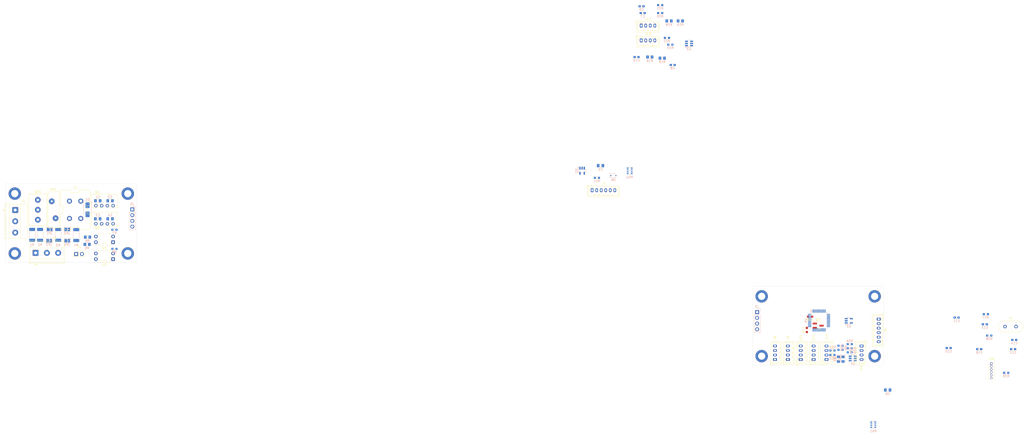
<source format=kicad_pcb>
(kicad_pcb (version 20241229) (generator "pcbnew") (generator_version "9.0")
  (layers (0 "F.Cu" signal) (2 "B.Cu" signal) (13 "F.Paste" user) (15 "B.Paste" user) (5 "F.SilkS" user "F.Silkscreen") (7 "B.SilkS" user "B.Silkscreen") (1 "F.Mask" user) (3 "B.Mask" user) (25 "Edge.Cuts" user))
  (net 0 "")
  (net 1 "GND1")
  (net 2 "+12V")
  (net 3 "GND")
  (net 4 "+3.3V")
  (net 5 "+12VA")
  (net 6 "Net-(Q3-G)")
  (net 7 "/AIN1")
  (net 8 "/AIN4")
  (net 9 "/AIN2")
  (net 10 "/AIN3")
  (net 11 "/OSCIN")
  (net 12 "/OSCOUT")
  (net 13 "/PWM3")
  (net 14 "/TX")
  (net 15 "/RX")
  (net 16 "/PWM4")
  (net 17 "/CS")
  (net 18 "/MOSI")
  (net 19 "/MISO")
  (net 20 "/SCK")
  (net 21 "/SCL")
  (net 22 "/SDA")
  (net 23 "Net-(J1-Pin_3)")
  (net 24 "Net-(J1-Pin_2)")
  (net 25 "Net-(J1-Pin_1)")
  (net 26 "Net-(J2-Pin_2)")
  (net 27 "Net-(J2-Pin_1)")
  (net 28 "Net-(J12-Pin_2)")
  (net 29 "Net-(J10-Pin_2)")
  (net 30 "Net-(J13-Pin_4)")
  (net 31 "Net-(J13-Pin_2)")
  (net 32 "/dclk")
  (net 33 "/dio")
  (net 40 "Net-(JP1-B)")
  (net 41 "Net-(JP2-A)")
  (net 42 "Net-(JP2-B)")
  (net 43 "Net-(JP3-B)")
  (net 44 "Net-(Q3-S)")
  (net 45 "Net-(R6-Pad2)")
  (net 46 "Net-(R7-Pad1)")
  (net 47 "Net-(R8-Pad1)")
  (net 48 "/DAC OUT1")
  (net 49 "Net-(R24-Pad1)")
  (net 50 "/DM")
  (net 51 "/DP")
  (net 52 "Net-(R25-Pad1)")
  (net 53 "/PWM1")
  (net 54 "/PWM2")
  (net 68 "Net-(U5-BOOT0)")
  (net 69 "Net-(U5-NRST)")
  (net 82 "Net-(J7-Pin_1)")
  (net 83 "Net-(J4-Pin_2)")
  (net 84 "Net-(J6-Pin_4)")
  (net 85 "Net-(J6-Pin_6)")
  (net 86 "Net-(J6-Pin_3)")
  (net 87 "Net-(J6-Pin_5)")
  (net 88 "Net-(J7-Pin_3)")
  (net 89 "Net-(J7-Pin_4)")
  (net 90 "Net-(J7-Pin_5)")
  (net 91 "Net-(J7-Pin_6)")
  (net 92 "Net-(J10-Pin_3)")
  (net 93 "Net-(J12-Pin_4)")
  (net 94 "Net-(J15-Pin_4)")
  (net 95 "Net-(J15-Pin_2)")
  (net 96 "Net-(J15-Pin_3)")
  (net 97 "Net-(J16-Pin_4)")
  (footprint "Connector_PinHeader_2.54mm:PinHeader_1x02_P2.54mm_Vertical" (layer "F.Cu") (at 70.655 153.265 90)
    (property "Reference" "J4" (at 3 1.275 180) (layer "F.SilkS"))
    (property "Value" "Conn_01x02")
    (pad "1" thru_hole rect (at 0 0 90) (size 1.7 1.7) (drill 1) (layers "*.Cu" "*.Mask") (net 1 "GND1"))
    (pad "2" thru_hole circle (at 0 2.54 90) (size 1.7 1.7) (drill 1) (layers "*.Cu" "*.Mask") (net 83 "Net-(J4-Pin_2)"))
  )
  (footprint "Connector_JST:JST_PH_B4B-PH-K_1x04_P2.00mm_Vertical" (layer "F.Cu") (at 418.2 194 -90)
    (property "Reference" "J15" (at 9.9 0.1 90) (layer "F.SilkS"))
    (property "Value" "Conn_01x04_Socket")
    (pad "1" thru_hole roundrect (at 0 0 270) (size 1.2 1.75) (drill 0.75) (layers "*.Cu" "*.Mask") (roundrect_rratio 0.208333) (net 3 "GND"))
    (pad "2" thru_hole oval (at 2 0 270) (size 1.2 1.75) (drill 0.75) (layers "*.Cu" "*.Mask") (net 95 "Net-(J15-Pin_2)"))
    (pad "3" thru_hole oval (at 4 0 270) (size 1.2 1.75) (drill 0.75) (layers "*.Cu" "*.Mask") (net 96 "Net-(J15-Pin_3)"))
    (pad "4" thru_hole oval (at 6 0 270) (size 1.2 1.75) (drill 0.75) (layers "*.Cu" "*.Mask") (net 94 "Net-(J15-Pin_4)"))
  )
  (footprint "Connector_PinSocket_1.27mm:PinSocket_1x06_P1.27mm_Vertical" (layer "F.Cu") (at 475.625 201.82)
    (property "Reference" "J16" (at 0 -2.135 0) (layer "F.SilkS"))
    (property "Value" "Prog")
    (pad "1" thru_hole rect (at 0 0) (size 1 1) (drill 0.7) (layers "*.Cu" "*.Mask") (net 32 "/dclk"))
    (pad "2" thru_hole circle (at 0 1.27) (size 1 1) (drill 0.7) (layers "*.Cu" "*.Mask") (net 33 "/dio"))
    (pad "3" thru_hole circle (at 0 2.54) (size 1 1) (drill 0.7) (layers "*.Cu" "*.Mask") (net 3 "GND"))
    (pad "4" thru_hole circle (at 0 3.81) (size 1 1) (drill 0.7) (layers "*.Cu" "*.Mask") (net 97 "Net-(J16-Pin_4)"))
    (pad "5" thru_hole circle (at 0 5.08) (size 1 1) (drill 0.7) (layers "*.Cu" "*.Mask"))
    (pad "6" thru_hole circle (at 0 6.35) (size 1 1) (drill 0.7) (layers "*.Cu" "*.Mask"))
  )
  (footprint "MountingHole:MountingHole_3.2mm_M3_ISO14580_Pad_TopBottom" (layer "F.Cu") (at 43.5 126.5)
    (property "Reference" "J19" (hide yes))
    (property "Value" "hole")
    (pad "1" thru_hole circle (at 0 0) (size 3.6 3.6) (drill 3.2) (layers "*.Cu" "*.Mask"))
    (pad "1" connect circle (at 0 0) (size 5.5 5.5) (layers "F.Cu" "F.Mask"))
    (pad "1" connect circle (at 0 0) (size 5.5 5.5) (layers "B.Cu" "B.Mask"))
  )
  (footprint "MountingHole:MountingHole_3.2mm_M3_ISO14580_Pad_TopBottom" (layer "F.Cu") (at 374 172)
    (property "Reference" "J24" (hide yes))
    (property "Value" "hole")
    (pad "1" thru_hole circle (at 0 0) (size 3.6 3.6) (drill 3.2) (layers "*.Cu" "*.Mask"))
    (pad "1" connect circle (at 0 0) (size 5.5 5.5) (layers "F.Cu" "F.Mask"))
    (pad "1" connect circle (at 0 0) (size 5.5 5.5) (layers "B.Cu" "B.Mask"))
  )
  (footprint "MountingHole:MountingHole_3.2mm_M3_ISO14580_Pad_TopBottom" (layer "F.Cu") (at 93.5 153)
    (property "Reference" "J20" (hide yes))
    (property "Value" "hole")
    (pad "1" thru_hole circle (at 0 0) (size 3.6 3.6) (drill 3.2) (layers "*.Cu" "*.Mask"))
    (pad "1" connect circle (at 0 0) (size 5.5 5.5) (layers "F.Cu" "F.Mask"))
    (pad "1" connect circle (at 0 0) (size 5.5 5.5) (layers "B.Cu" "B.Mask"))
  )
  (footprint "Package_DIP:DIP-4_W7.62mm" (layer "F.Cu") (at 87 155.54 180)
    (property "Reference" "U2" (at 3.81 -2.33 0) (layer "F.SilkS"))
    (property "Value" "PC817")
    (pad "1" thru_hole roundrect (at 0 0 180) (size 1.6 1.6) (drill 0.8) (layers "*.Cu" "*.Mask") (roundrect_rratio 0.15625) (net 47 "Net-(R8-Pad1)"))
    (pad "2" thru_hole circle (at 0 2.54 180) (size 1.6 1.6) (drill 0.8) (layers "*.Cu" "*.Mask") (net 54 "/PWM2"))
    (pad "3" thru_hole circle (at 7.62 2.54 180) (size 1.6 1.6) (drill 0.8) (layers "*.Cu" "*.Mask") (net 83 "Net-(J4-Pin_2)"))
    (pad "4" thru_hole circle (at 7.62 0 180) (size 1.6 1.6) (drill 0.8) (layers "*.Cu" "*.Mask") (net 2 "+12V"))
  )
  (footprint "TerminalBlock_Phoenix:TerminalBlock_Phoenix_MKDS-1,5-3_1x03_P5.00mm_Horizontal" (layer "F.Cu") (at 52.695 152.765)
    (property "Reference" "J2" (at 8.5 -6.5 90) (layer "F.SilkS"))
    (property "Value" "Conn_01x03_Pin")
    (pad "1" thru_hole roundrect (at 0 0) (size 2.6 2.6) (drill 1.3) (layers "*.Cu" "*.Mask") (roundrect_rratio 0.096154) (net 27 "Net-(J2-Pin_1)"))
    (pad "2" thru_hole circle (at 5 0) (size 2.6 2.6) (drill 1.3) (layers "*.Cu" "*.Mask") (net 26 "Net-(J2-Pin_2)"))
    (pad "3" thru_hole circle (at 10 0) (size 2.6 2.6) (drill 1.3) (layers "*.Cu" "*.Mask") (net 2 "+12V"))
  )
  (footprint "MountingHole:MountingHole_3.2mm_M3_ISO14580_Pad_TopBottom" (layer "F.Cu") (at 93.5 126.5)
    (property "Reference" "J18" (hide yes))
    (property "Value" "hole")
    (pad "1" thru_hole circle (at 0 0) (size 3.6 3.6) (drill 3.2) (layers "*.Cu" "*.Mask"))
    (pad "1" connect circle (at 0 0) (size 5.5 5.5) (layers "F.Cu" "F.Mask"))
    (pad "1" connect circle (at 0 0) (size 5.5 5.5) (layers "B.Cu" "B.Mask"))
  )
  (footprint "Connector_JST:JST_PH_B4B-PH-K_1x04_P2.00mm_Vertical" (layer "F.Cu") (at 320.6971 52.0644)
    (property "Reference" "J12" (at 3 -2.9 0) (layer "F.SilkS"))
    (property "Value" "Conn_01x04_Socket")
    (pad "1" thru_hole roundrect (at 0 0) (size 1.2 1.75) (drill 0.75) (layers "*.Cu" "*.Mask") (roundrect_rratio 0.208333) (net 3 "GND"))
    (pad "2" thru_hole oval (at 2 0) (size 1.2 1.75) (drill 0.75) (layers "*.Cu" "*.Mask") (net 28 "Net-(J12-Pin_2)"))
    (pad "3" thru_hole oval (at 4 0) (size 1.2 1.75) (drill 0.75) (layers "*.Cu" "*.Mask") (net 3 "GND"))
    (pad "4" thru_hole oval (at 6 0) (size 1.2 1.75) (drill 0.75) (layers "*.Cu" "*.Mask") (net 93 "Net-(J12-Pin_4)"))
  )
  (footprint "Connector_JST:JST_PH_B6B-PH-K_1x06_P2.00mm_Vertical" (layer "F.Cu") (at 299 125)
    (property "Reference" "J7" (at 5 -2.9 0) (layer "F.SilkS"))
    (property "Value" "~")
    (pad "1" thru_hole roundrect (at 0 0) (size 1.2 1.75) (drill 0.75) (layers "*.Cu" "*.Mask") (roundrect_rratio 0.208333) (net 82 "Net-(J7-Pin_1)"))
    (pad "2" thru_hole oval (at 2 0) (size 1.2 1.75) (drill 0.75) (layers "*.Cu" "*.Mask") (net 3 "GND"))
    (pad "3" thru_hole oval (at 4 0) (size 1.2 1.75) (drill 0.75) (layers "*.Cu" "*.Mask") (net 88 "Net-(J7-Pin_3)"))
    (pad "4" thru_hole oval (at 6 0) (size 1.2 1.75) (drill 0.75) (layers "*.Cu" "*.Mask") (net 89 "Net-(J7-Pin_4)"))
    (pad "5" thru_hole oval (at 8 0) (size 1.2 1.75) (drill 0.75) (layers "*.Cu" "*.Mask") (net 90 "Net-(J7-Pin_5)"))
    (pad "6" thru_hole oval (at 10 0) (size 1.2 1.75) (drill 0.75) (layers "*.Cu" "*.Mask") (net 91 "Net-(J7-Pin_6)"))
  )
  (footprint "Resistor_SMD:R_0603_1608Metric_Pad0.98x0.95mm_HandSolder" (layer "F.Cu") (at 395.4125 181 180)
    (property "Reference" "R14" (at 0 -1.43 180) (layer "F.SilkS"))
    (property "Value" "330")
    (pad "1" smd roundrect (at -0.9125 0 180) (size 0.975 0.95) (layers "F.Cu" "F.Mask" "F.Paste") (net 6 "Net-(Q3-G)"))
    (pad "2" smd roundrect (at 0.9125 0 180) (size 0.975 0.95) (layers "F.Cu" "F.Mask" "F.Paste") (net 48 "/DAC OUT1"))
  )
  (footprint "Resistor_SMD:R_0603_1608Metric_Pad0.98x0.95mm_HandSolder" (layer "F.Cu") (at 394 186.9125 90)
    (property "Reference" "R17" (at 0 -1.43 90) (layer "F.SilkS"))
    (property "Value" "270")
    (pad "1" smd roundrect (at -0.9125 0 90) (size 0.975 0.95) (layers "F.Cu" "F.Mask" "F.Paste") (net 3 "GND"))
    (pad "2" smd roundrect (at 0.9125 0 90) (size 0.975 0.95) (layers "F.Cu" "F.Mask" "F.Paste") (net 44 "Net-(Q3-S)"))
  )
  (footprint "Inductor_THT:L_CommonMode_Wuerth_WE-CMB-S" (layer "F.Cu") (at 67.695 129.815)
    (property "Reference" "L1" (at 2.5 -5.9 0) (layer "F.SilkS"))
    (property "Value" "2uH")
    (pad "1" thru_hole circle (at 0 0) (size 2.2 2.2) (drill 1.2) (layers "*.Cu" "*.Mask") (net 25 "Net-(J1-Pin_1)"))
    (pad "2" thru_hole circle (at 5 0) (size 2.2 2.2) (drill 1.2) (layers "*.Cu" "*.Mask") (net 2 "+12V"))
    (pad "3" thru_hole circle (at 5 7.7) (size 2.2 2.2) (drill 1.2) (layers "*.Cu" "*.Mask") (net 1 "GND1"))
    (pad "4" thru_hole circle (at 0 7.7) (size 2.2 2.2) (drill 1.2) (layers "*.Cu" "*.Mask") (net 23 "Net-(J1-Pin_3)"))
  )
  (footprint "my_footprints:S10K30" (layer "F.Cu") (at 60.695 133.665 90)
    (property "Reference" "RV1" (at 9 -0.1 0) (layer "F.SilkS"))
    (property "Value" "30V")
    (pad "1" thru_hole circle (at -3.75 0.85 90) (size 2.54 2.54) (drill 0.9) (layers "*.Cu" "*.Mask") (net 23 "Net-(J1-Pin_3)"))
    (pad "2" thru_hole circle (at 3.75 -0.85 90) (size 2.54 2.54) (drill 0.9) (layers "*.Cu" "*.Mask") (net 25 "Net-(J1-Pin_1)"))
  )
  (footprint "MountingHole:MountingHole_3.2mm_M3_ISO14580_Pad_TopBottom" (layer "F.Cu") (at 43.5 153)
    (property "Reference" "J17" (hide yes))
    (property "Value" "hole")
    (pad "1" thru_hole circle (at 0 0) (size 3.6 3.6) (drill 3.2) (layers "*.Cu" "*.Mask"))
    (pad "1" connect circle (at 0 0) (size 5.5 5.5) (layers "F.Cu" "F.Mask"))
    (pad "1" connect circle (at 0 0) (size 5.5 5.5) (layers "B.Cu" "B.Mask"))
  )
  (footprint "Connector_JST:JST_PH_B6B-PH-K_1x06_P2.00mm_Vertical" (layer "F.Cu") (at 425.8 182.1 -90)
    (property "Reference" "J6" (at 5 -2.9 90) (layer "F.SilkS"))
    (property "Value" "~")
    (pad "1" thru_hole roundrect (at 0 0 270) (size 1.2 1.75) (drill 0.75) (layers "*.Cu" "*.Mask") (roundrect_rratio 0.208333) (net 3 "GND"))
    (pad "2" thru_hole oval (at 2 0 270) (size 1.2 1.75) (drill 0.75) (layers "*.Cu" "*.Mask") (net 5 "+12VA"))
    (pad "3" thru_hole oval (at 4 0 270) (size 1.2 1.75) (drill 0.75) (layers "*.Cu" "*.Mask") (net 86 "Net-(J6-Pin_3)"))
    (pad "4" thru_hole oval (at 6 0 270) (size 1.2 1.75) (drill 0.75) (layers "*.Cu" "*.Mask") (net 84 "Net-(J6-Pin_4)"))
    (pad "5" thru_hole oval (at 8 0 270) (size 1.2 1.75) (drill 0.75) (layers "*.Cu" "*.Mask") (net 87 "Net-(J6-Pin_5)"))
    (pad "6" thru_hole oval (at 10 0 270) (size 1.2 1.75) (drill 0.75) (layers "*.Cu" "*.Mask") (net 85 "Net-(J6-Pin_6)"))
  )
  (footprint "TerminalBlock_Phoenix:TerminalBlock_Phoenix_MKDS-1,5-3_1x03_P5.00mm_Horizontal" (layer "F.Cu") (at 43.695 133.765 -90)
    (property "Reference" "J1" (at -4 -3.5 180) (layer "F.SilkS"))
    (property "Value" "Conn_01x03_Pin")
    (pad "1" thru_hole roundrect (at 0 0 270) (size 2.6 2.6) (drill 1.3) (layers "*.Cu" "*.Mask") (roundrect_rratio 0.096154) (net 25 "Net-(J1-Pin_1)"))
    (pad "2" thru_hole circle (at 5 0 270) (size 2.6 2.6) (drill 1.3) (layers "*.Cu" "*.Mask") (net 24 "Net-(J1-Pin_2)"))
    (pad "3" thru_hole circle (at 10 0 270) (size 2.6 2.6) (drill 1.3) (layers "*.Cu" "*.Mask") (net 23 "Net-(J1-Pin_3)"))
  )
  (footprint "Crystal:Crystal_HC49-U_Vertical" (layer "F.Cu") (at 481.685 185.4)
    (property "Reference" "Y1" (at 2.44 -3.52 0) (layer "F.SilkS"))
    (property "Value" "8MHz")
    (pad "1" thru_hole circle (at 0 0) (size 1.5 1.5) (drill 0.8) (layers "*.Cu" "*.Mask") (net 11 "/OSCIN"))
    (pad "2" thru_hole circle (at 4.88 0) (size 1.5 1.5) (drill 0.8) (layers "*.Cu" "*.Mask") (net 12 "/OSCOUT"))
  )
  (footprint "Connector_JST:JST_PH_B4B-PH-K_1x04_P2.00mm_Vertical" (layer "F.Cu") (at 379.9 200 90)
    (property "Reference" "J8" (at 9.6 0 90) (layer "F.SilkS"))
    (property "Value" "Conn_01x04_Socket")
    (pad "1" thru_hole roundrect (at 0 0 90) (size 1.2 1.75) (drill 0.75) (layers "*.Cu" "*.Mask") (roundrect_rratio 0.208333) (net 3 "GND"))
    (pad "2" thru_hole oval (at 2 0 90) (size 1.2 1.75) (drill 0.75) (layers "*.Cu" "*.Mask") (net 29 "Net-(J10-Pin_2)"))
    (pad "3" thru_hole oval (at 4 0 90) (size 1.2 1.75) (drill 0.75) (layers "*.Cu" "*.Mask") (net 92 "Net-(J10-Pin_3)"))
    (pad "4" thru_hole oval (at 6 0 90) (size 1.2 1.75) (drill 0.75) (layers "*.Cu" "*.Mask") (net 4 "+3.3V"))
  )
  (footprint "my_footprints:B0x0xS" (layer "F.Cu") (at 83.195 131.8578)
    (property "Reference" "Q1" (at -3.19 -6 0) (layer "F.SilkS"))
    (property "Value" "B1203S-1W")
    (pad "1" thru_hole circle (at -3.81 0) (size 1.5 1.5) (drill 0.8) (layers "*.Cu" "*.Mask") (net 1 "GND1"))
    (pad "2" thru_hole circle (at -1.27 0) (size 1.5 1.5) (drill 0.8) (layers "*.Cu" "*.Mask") (net 2 "+12V"))
    (pad "3" thru_hole circle (at 1.27 0) (size 1.5 1.5) (drill 0.8) (layers "*.Cu" "*.Mask") (net 3 "GND"))
    (pad "4" thru_hole circle (at 3.81 0) (size 1.5 1.5) (drill 0.8) (layers "*.Cu" "*.Mask") (net 4 "+3.3V"))
  )
  (footprint "Connector_JST:JST_PH_B4B-PH-K_1x04_P2.00mm_Vertical" (layer "F.Cu") (at 402.7 200 90)
    (property "Reference" "J14" (at 10 0 90) (layer "F.SilkS"))
    (property "Value" "Conn_01x04_Socket")
    (pad "1" thru_hole roundrect (at 0 0 90) (size 1.2 1.75) (drill 0.75) (layers "*.Cu" "*.Mask") (roundrect_rratio 0.208333) (net 3 "GND"))
    (pad "2" thru_hole oval (at 2 0 90) (size 1.2 1.75) (drill 0.75) (layers "*.Cu" "*.Mask") (net 29 "Net-(J10-Pin_2)"))
    (pad "3" thru_hole oval (at 4 0 90) (size 1.2 1.75) (drill 0.75) (layers "*.Cu" "*.Mask") (net 92 "Net-(J10-Pin_3)"))
    (pad "4" thru_hole oval (at 6 0 90) (size 1.2 1.75) (drill 0.75) (layers "*.Cu" "*.Mask") (net 4 "+3.3V"))
  )
  (footprint "my_footprints:B0x0xS" (layer "F.Cu") (at 83.195 139.8578)
    (property "Reference" "Q2" (at -3.19 1.9072 0) (layer "F.SilkS"))
    (property "Value" "B1212S-1W")
    (pad "1" thru_hole circle (at -3.81 0) (size 1.5 1.5) (drill 0.8) (layers "*.Cu" "*.Mask") (net 1 "GND1"))
    (pad "2" thru_hole circle (at -1.27 0) (size 1.5 1.5) (drill 0.8) (layers "*.Cu" "*.Mask") (net 2 "+12V"))
    (pad "3" thru_hole circle (at 1.27 0) (size 1.5 1.5) (drill 0.8) (layers "*.Cu" "*.Mask") (net 3 "GND"))
    (pad "4" thru_hole circle (at 3.81 0) (size 1.5 1.5) (drill 0.8) (layers "*.Cu" "*.Mask") (net 5 "+12VA"))
  )
  (footprint "Connector_JST:JST_PH_B4B-PH-K_1x04_P2.00mm_Vertical" (layer "F.Cu") (at 320.6971 58.6144)
    (property "Reference" "J13" (at 3 -2.9 0) (layer "F.SilkS"))
    (property "Value" "Conn_01x04_Socket")
    (pad "1" thru_hole roundrect (at 0 0) (size 1.2 1.75) (drill 0.75) (layers "*.Cu" "*.Mask") (roundrect_rratio 0.208333) (net 3 "GND"))
    (pad "2" thru_hole oval (at 2 0) (size 1.2 1.75) (drill 0.75) (layers "*.Cu" "*.Mask") (net 31 "Net-(J13-Pin_2)"))
    (pad "3" thru_hole oval (at 4 0) (size 1.2 1.75) (drill 0.75) (layers "*.Cu" "*.Mask") (net 3 "GND"))
    (pad "4" thru_hole oval (at 6 0) (size 1.2 1.75) (drill 0.75) (layers "*.Cu" "*.Mask") (net 30 "Net-(J13-Pin_4)"))
  )
  (footprint "Package_DIP:DIP-4_W7.62mm" (layer "F.Cu") (at 87 148.04 180)
    (property "Reference" "U1" (at 3.81 -2.33 0) (layer "F.SilkS"))
    (property "Value" "PC817")
    (pad "1" thru_hole roundrect (at 0 0 180) (size 1.6 1.6) (drill 0.8) (layers "*.Cu" "*.Mask") (roundrect_rratio 0.15625) (net 46 "Net-(R7-Pad1)"))
    (pad "2" thru_hole circle (at 0 2.54 180) (size 1.6 1.6) (drill 0.8) (layers "*.Cu" "*.Mask") (net 53 "/PWM1"))
    (pad "3" thru_hole circle (at 7.62 2.54 180) (size 1.6 1.6) (drill 0.8) (layers "*.Cu" "*.Mask") (net 45 "Net-(R6-Pad2)"))
    (pad "4" thru_hole circle (at 7.62 0 180) (size 1.6 1.6) (drill 0.8) (layers "*.Cu" "*.Mask") (net 2 "+12V"))
  )
  (footprint "Connector_JST:JST_PH_B4B-PH-K_1x04_P2.00mm_Vertical" (layer "F.Cu") (at 385.6 200 90)
    (property "Reference" "J9" (at 9.6 0 90) (layer "F.SilkS"))
    (property "Value" "Conn_01x04_Socket")
    (pad "1" thru_hole roundrect (at 0 0 90) (size 1.2 1.75) (drill 0.75) (layers "*.Cu" "*.Mask") (roundrect_rratio 0.208333) (net 3 "GND"))
    (pad "2" thru_hole oval (at 2 0 90) (size 1.2 1.75) (drill 0.75) (layers "*.Cu" "*.Mask") (net 29 "Net-(J10-Pin_2)"))
    (pad "3" thru_hole oval (at 4 0 90) (size 1.2 1.75) (drill 0.75) (layers "*.Cu" "*.Mask") (net 92 "Net-(J10-Pin_3)"))
    (pad "4" thru_hole oval (at 6 0 90) (size 1.2 1.75) (drill 0.75) (layers "*.Cu" "*.Mask") (net 4 "+3.3V"))
  )
  (footprint "MountingHole:MountingHole_3.2mm_M3_ISO14580_Pad_TopBottom" (layer "F.Cu") (at 374 198.5)
    (property "Reference" "J23" (hide yes))
    (property "Value" "hole")
    (pad "1" thru_hole circle (at 0 0) (size 3.6 3.6) (drill 3.2) (layers "*.Cu" "*.Mask"))
    (pad "1" connect circle (at 0 0) (size 5.5 5.5) (layers "F.Cu" "F.Mask"))
    (pad "1" connect circle (at 0 0) (size 5.5 5.5) (layers "B.Cu" "B.Mask"))
  )
  (footprint "MountingHole:MountingHole_3.2mm_M3_ISO14580_Pad_TopBottom" (layer "F.Cu") (at 424 198.5)
    (property "Reference" "J21" (hide yes))
    (property "Value" "hole")
    (pad "1" thru_hole circle (at 0 0) (size 3.6 3.6) (drill 3.2) (layers "*.Cu" "*.Mask"))
    (pad "1" connect circle (at 0 0) (size 5.5 5.5) (layers "F.Cu" "F.Mask"))
    (pad "1" connect circle (at 0 0) (size 5.5 5.5) (layers "B.Cu" "B.Mask"))
  )
  (footprint "my_footprints:SE83-GDS" (layer "F.Cu") (at 53.695 133.665 -90)
    (property "Reference" "GD1" (at -8 0 0) (layer "F.SilkS"))
    (property "Value" "SE83-75X")
    (pad "1" thru_hole circle (at -4.4 0 270) (size 2.54 2.54) (drill 1.1) (layers "*.Cu" "*.Mask") (net 25 "Net-(J1-Pin_1)"))
    (pad "2" thru_hole circle (at 0 0 270) (size 2.54 2.54) (drill 1.1) (layers "*.Cu" "*.Mask") (net 24 "Net-(J1-Pin_2)"))
    (pad "3" thru_hole circle (at 4.4 0 270) (size 2.54 2.54) (drill 1.1) (layers "*.Cu" "*.Mask") (net 23 "Net-(J1-Pin_3)"))
  )
  (footprint "Connector_JST:JST_PH_B4B-PH-K_1x04_P2.00mm_Vertical" (layer "F.Cu") (at 391.3 200 90)
    (property "Reference" "J10" (at 9.6 0 90) (layer "F.SilkS"))
    (property "Value" "Conn_01x04_Socket")
    (pad "1" thru_hole roundrect (at 0 0 90) (size 1.2 1.75) (drill 0.75) (layers "*.Cu" "*.Mask") (roundrect_rratio 0.208333) (net 3 "GND"))
    (pad "2" thru_hole oval (at 2 0 90) (size 1.2 1.75) (drill 0.75) (layers "*.Cu" "*.Mask") (net 29 "Net-(J10-Pin_2)"))
    (pad "3" thru_hole oval (at 4 0 90) (size 1.2 1.75) (drill 0.75) (layers "*.Cu" "*.Mask") (net 92 "Net-(J10-Pin_3)"))
    (pad "4" thru_hole oval (at 6 0 90) (size 1.2 1.75) (drill 0.75) (layers "*.Cu" "*.Mask") (net 4 "+3.3V"))
  )
  (footprint "Package_TO_SOT_SMD:SOT-23_Handsoldering" (layer "F.Cu") (at 399 185)
    (property "Reference" "Q3" (at 0 -2.75 0) (layer "F.SilkS"))
    (property "Value" "SI2300")
    (pad "1" smd roundrect (at -1.5 -0.95) (size 1.9 0.8) (layers "F.Cu" "F.Mask" "F.Paste") (net 6 "Net-(Q3-G)"))
    (pad "2" smd roundrect (at -1.5 0.95) (size 1.9 0.8) (layers "F.Cu" "F.Mask" "F.Paste") (net 44 "Net-(Q3-S)"))
    (pad "3" smd roundrect (at 1.5 0) (size 1.9 0.8) (layers "F.Cu" "F.Mask" "F.Paste") (net 5 "+12VA"))
  )
  (footprint "MountingHole:MountingHole_3.2mm_M3_ISO14580_Pad_TopBottom" (layer "F.Cu") (at 424 172)
    (property "Reference" "J22" (hide yes))
    (property "Value" "hole")
    (pad "1" thru_hole circle (at 0 0) (size 3.6 3.6) (drill 3.2) (layers "*.Cu" "*.Mask"))
    (pad "1" connect circle (at 0 0) (size 5.5 5.5) (layers "F.Cu" "F.Mask"))
    (pad "1" connect circle (at 0 0) (size 5.5 5.5) (layers "B.Cu" "B.Mask"))
  )
  (footprint "Connector_JST:JST_PH_B4B-PH-K_1x04_P2.00mm_Vertical" (layer "F.Cu") (at 397 200 90)
    (property "Reference" "J11" (at 9.6 -0.1 90) (layer "F.SilkS"))
    (property "Value" "Conn_01x04_Socket")
    (pad "1" thru_hole roundrect (at 0 0 90) (size 1.2 1.75) (drill 0.75) (layers "*.Cu" "*.Mask") (roundrect_rratio 0.208333) (net 3 "GND"))
    (pad "2" thru_hole oval (at 2 0 90) (size 1.2 1.75) (drill 0.75) (layers "*.Cu" "*.Mask") (net 29 "Net-(J10-Pin_2)"))
    (pad "3" thru_hole oval (at 4 0 90) (size 1.2 1.75) (drill 0.75) (layers "*.Cu" "*.Mask") (net 92 "Net-(J10-Pin_3)"))
    (pad "4" thru_hole oval (at 6 0 90) (size 1.2 1.75) (drill 0.75) (layers "*.Cu" "*.Mask") (net 4 "+3.3V"))
  )
  (footprint "Capacitor_SMD:C_0603_1608Metric_Pad1.08x0.95mm_HandSolder" (layer "B.Cu") (at 321.3625 46.5)
    (property "Reference" "C7" (at 0 1.43 180) (layer "B.SilkS") (effects (justify mirror)))
    (property "Value" "0.1")
    (pad "1" smd roundrect (at -0.8625 0) (size 1.075 0.95) (layers "B.Cu" "B.Mask" "B.Paste") (net 3 "GND"))
    (pad "2" smd roundrect (at 0.8625 0) (size 1.075 0.95) (layers "B.Cu" "B.Mask" "B.Paste") (net 7 "/AIN1"))
  )
  (footprint "Resistor_SMD:R_0603_1608Metric_Pad0.98x0.95mm_HandSolder" (layer "B.Cu") (at 405.2875 198)
    (property "Reference" "R13" (at 0 1.43 180) (layer "B.SilkS") (effects (justify mirror)))
    (property "Value" "110")
    (pad "1" smd roundrect (at -0.9125 0) (size 0.975 0.95) (layers "B.Cu" "B.Mask" "B.Paste") (net 29 "Net-(J10-Pin_2)"))
    (pad "2" smd roundrect (at 0.9125 0) (size 0.975 0.95) (layers "B.Cu" "B.Mask" "B.Paste") (net 22 "/SDA"))
  )
  (footprint "Resistor_SMD:R_0603_1608Metric_Pad0.98x0.95mm_HandSolder" (layer "B.Cu") (at 405.3125 196)
    (property "Reference" "R12" (at 0.0875 -1.4 180) (layer "B.SilkS") (effects (justify mirror)))
    (property "Value" "110")
    (pad "1" smd roundrect (at -0.9125 0) (size 0.975 0.95) (layers "B.Cu" "B.Mask" "B.Paste") (net 92 "Net-(J10-Pin_3)"))
    (pad "2" smd roundrect (at 0.9125 0) (size 0.975 0.95) (layers "B.Cu" "B.Mask" "B.Paste") (net 21 "/SCL"))
  )
  (footprint "Resistor_SMD:R_0603_1608Metric_Pad0.98x0.95mm_HandSolder" (layer "B.Cu") (at 301.0875 119.5)
    (property "Reference" "R11" (at 0 1.43 180) (layer "B.SilkS") (effects (justify mirror)))
    (property "Value" "110")
    (pad "1" smd roundrect (at -0.9125 0) (size 0.975 0.95) (layers "B.Cu" "B.Mask" "B.Paste") (net 4 "+3.3V"))
    (pad "2" smd roundrect (at 0.9125 0) (size 0.975 0.95) (layers "B.Cu" "B.Mask" "B.Paste") (net 82 "Net-(J7-Pin_1)"))
  )
  (footprint "Resistor_SMD:R_0603_1608Metric_Pad0.98x0.95mm_HandSolder" (layer "B.Cu") (at 409.8 194.8 90)
    (property "Reference" "R9" (at 0 1.43 90) (layer "B.SilkS") (effects (justify mirror)))
    (property "Value" "1k")
    (pad "1" smd roundrect (at -0.9125 0 90) (size 0.975 0.95) (layers "B.Cu" "B.Mask" "B.Paste") (net 21 "/SCL"))
    (pad "2" smd roundrect (at 0.9125 0 90) (size 0.975 0.95) (layers "B.Cu" "B.Mask" "B.Paste") (net 4 "+3.3V"))
  )
  (footprint "Diode_SMD:D_0805_2012Metric_Pad1.15x1.40mm_HandSolder" (layer "B.Cu") (at 408 199.8625 -90)
    (property "Reference" "D5" (at 0 1.65 90) (layer "B.SilkS") (effects (justify mirror)))
    (property "Value" "CESD3V3")
    (pad "1" smd roundrect (at -1.025 0 270) (size 1.15 1.4) (layers "B.Cu" "B.Mask" "B.Paste") (roundrect_rratio 0.217391) (net 22 "/SDA"))
    (pad "2" smd roundrect (at 1.025 0 270) (size 1.15 1.4) (layers "B.Cu" "B.Mask" "B.Paste") (roundrect_rratio 0.217391) (net 3 "GND"))
  )
  (footprint "Resistor_SMD:R_Array_Convex_4x0603" (layer "B.Cu") (at 423.4 228.9)
    (property "Reference" "RN1" (at 0 2.8 180) (layer "B.SilkS") (effects (justify mirror)))
    (property "Value" "330")
    (pad "1" smd rect (at -0.9 1.2) (size 0.8 0.5) (layers "B.Cu" "B.Mask" "B.Paste") (net 86 "Net-(J6-Pin_3)"))
    (pad "2" smd rect (at -0.9 0.4) (size 0.8 0.4) (layers "B.Cu" "B.Mask" "B.Paste") (net 84 "Net-(J6-Pin_4)"))
    (pad "3" smd rect (at -0.9 -0.4) (size 0.8 0.4) (layers "B.Cu" "B.Mask" "B.Paste") (net 87 "Net-(J6-Pin_5)"))
    (pad "4" smd rect (at -0.9 -1.2) (size 0.8 0.5) (layers "B.Cu" "B.Mask" "B.Paste") (net 85 "Net-(J6-Pin_6)"))
    (pad "5" smd rect (at 0.9 -1.2) (size 0.8 0.5) (layers "B.Cu" "B.Mask" "B.Paste") (net 14 "/TX"))
    (pad "6" smd rect (at 0.9 -0.4) (size 0.8 0.4) (layers "B.Cu" "B.Mask" "B.Paste") (net 15 "/RX"))
    (pad "7" smd rect (at 0.9 0.4) (size 0.8 0.4) (layers "B.Cu" "B.Mask" "B.Paste") (net 16 "/PWM4"))
    (pad "8" smd rect (at 0.9 1.2) (size 0.8 0.5) (layers "B.Cu" "B.Mask" "B.Paste") (net 13 "/PWM3"))
  )
  (footprint "Package_TO_SOT_SMD:SOT-23-5" (layer "B.Cu") (at 412.5625 182.85)
    (property "Reference" "D2" (at 0 2.4 0) (layer "B.SilkS") (effects (justify mirror)))
    (property "Value" "SP0504BAHT")
    (pad "1" smd roundrect (at -1.1375 0.95) (size 1.325 0.6) (layers "B.Cu" "B.Mask" "B.Paste") (net 13 "/PWM3"))
    (pad "2" smd roundrect (at -1.1375 0) (size 1.325 0.6) (layers "B.Cu" "B.Mask" "B.Paste") (net 3 "GND"))
    (pad "3" smd roundrect (at -1.1375 -0.95) (size 1.325 0.6) (layers "B.Cu" "B.Mask" "B.Paste") (net 16 "/PWM4"))
    (pad "4" smd roundrect (at 1.1375 -0.95) (size 1.325 0.6) (layers "B.Cu" "B.Mask" "B.Paste") (net 15 "/RX"))
    (pad "5" smd roundrect (at 1.1375 0.95) (size 1.325 0.6) (layers "B.Cu" "B.Mask" "B.Paste") (net 14 "/TX"))
  )
  (footprint "Resistor_SMD:R_2010_5025Metric_Pad1.40x2.65mm_HandSolder" (layer "B.Cu") (at 70.695 144.865 -90)
    (property "Reference" "R4" (at 4.5 0 180) (layer "B.SilkS") (effects (justify mirror)))
    (property "Value" "x")
    (pad "1" smd roundrect (at -2.4 0 270) (size 1.4 2.65) (layers "B.Cu" "B.Mask" "B.Paste") (roundrect_rratio 0.178571) (net 43 "Net-(JP3-B)"))
    (pad "2" smd roundrect (at 2.4 0 270) (size 1.4 2.65) (layers "B.Cu" "B.Mask" "B.Paste") (roundrect_rratio 0.178571) (net 1 "GND1"))
  )
  (footprint "Jumper:SolderJumper-2_P1.3mm_Open_TrianglePad1.0x1.5mm" (layer "B.Cu") (at 66.695 142.365)
    (property "Reference" "JP3" (at 0 1.8 180) (layer "B.SilkS") (effects (justify mirror)))
    (property "Value" "Jumper_2_Small_Open")
    (pad "1" smd custom (at -0.725 0) (size 0.3 0.3) (layers "B.Cu" "B.Mask") (net 40 "Net-(JP1-B)") (options (clearance outline) (anchor rect)) (primitives (gr_poly (pts (xy 1 0) (xy 0.5 -0.75) (xy -0.5 -0.75) (xy -0.5 0.75) (xy 0.5 0.75)) (width 0) (fill yes))))
    (pad "2" smd custom (at 0.725 0) (size 0.3 0.3) (layers "B.Cu" "B.Mask") (net 43 "Net-(JP3-B)") (options (clearance outline) (anchor rect)) (primitives (gr_poly (pts (xy 0.5 -0.75) (xy -0.65 -0.75) (xy -0.15 0) (xy -0.65 0.75) (xy 0.5 0.75)) (width 0) (fill yes))))
  )
  (footprint "Diode_SMD:D_SMA" (layer "B.Cu") (at 75.695 133.665 -90)
    (property "Reference" "D1" (at -4.5 0 0) (layer "B.SilkS") (effects (justify mirror)))
    (property "Value" "SMAJ15CA")
    (pad "1" smd roundrect (at -2 0 270) (size 2.5 1.8) (layers "B.Cu" "B.Mask" "B.Paste") (roundrect_rratio 0.1388888889) (net 2 "+12V"))
    (pad "2" smd roundrect (at 2 0 270) (size 2.5 1.8) (layers "B.Cu" "B.Mask" "B.Paste") (roundrect_rratio 0.1388888889) (net 1 "GND1"))
  )
  (footprint "Capacitor_SMD:C_0805_2012Metric_Pad1.18x1.45mm_HandSolder" (layer "B.Cu") (at 302.7 114.1)
    (property "Reference" "C5" (at 0 1.68 180) (layer "B.SilkS") (effects (justify mirror)))
    (property "Value" "10u")
    (pad "1" smd roundrect (at -1.0375 0) (size 1.175 1.45) (layers "B.Cu" "B.Mask" "B.Paste") (roundrect_rratio 0.212766) (net 3 "GND"))
    (pad "2" smd roundrect (at 1.0375 0) (size 1.175 1.45) (layers "B.Cu" "B.Mask" "B.Paste") (roundrect_rratio 0.212766) (net 82 "Net-(J7-Pin_1)"))
  )
  (footprint "Resistor_SMD:R_0805_2012Metric_Pad1.20x1.40mm_HandSolder" (layer "B.Cu") (at 75.695 145.765)
    (property "Reference" "R6" (at 0 1.65 180) (layer "B.SilkS") (effects (justify mirror)))
    (property "Value" "100k")
    (pad "1" smd roundrect (at -1 0) (size 1.2 1.4) (layers "B.Cu" "B.Mask" "B.Paste") (roundrect_rratio 0.208333) (net 26 "Net-(J2-Pin_2)"))
    (pad "2" smd roundrect (at 1 0) (size 1.2 1.4) (layers "B.Cu" "B.Mask" "B.Paste") (roundrect_rratio 0.208333) (net 45 "Net-(R6-Pad2)"))
  )
  (footprint "Capacitor_SMD:C_0603_1608Metric_Pad1.08x0.95mm_HandSolder" (layer "B.Cu") (at 470.2625 195.4)
    (property "Reference" "C16" (at 0 1.43 180) (layer "B.SilkS") (effects (justify mirror)))
    (property "Value" "0.1")
    (pad "1" smd roundrect (at -0.8625 0) (size 1.075 0.95) (layers "B.Cu" "B.Mask" "B.Paste") (net 4 "+3.3V"))
    (pad "2" smd roundrect (at 0.8625 0) (size 1.075 0.95) (layers "B.Cu" "B.Mask" "B.Paste") (net 3 "GND"))
  )
  (footprint "Resistor_SMD:R_0805_2012Metric_Pad1.20x1.40mm_HandSolder" (layer "B.Cu") (at 338 50)
    (property "Reference" "R15" (at 0 1.65 180) (layer "B.SilkS") (effects (justify mirror)))
    (property "Value" "1k 0.1%")
    (pad "1" smd roundrect (at -1 0) (size 1.2 1.4) (layers "B.Cu" "B.Mask" "B.Paste") (roundrect_rratio 0.208333) (net 93 "Net-(J12-Pin_4)"))
    (pad "2" smd roundrect (at 1 0) (size 1.2 1.4) (layers "B.Cu" "B.Mask" "B.Paste") (roundrect_rratio 0.208333) (net 4 "+3.3V"))
  )
  (footprint "Resistor_SMD:R_0603_1608Metric_Pad0.98x0.95mm_HandSolder" (layer "B.Cu") (at 332.0875 57.5)
    (property "Reference" "R22" (at 0 1.43 180) (layer "B.SilkS") (effects (justify mirror)))
    (property "Value" "1k")
    (pad "1" smd roundrect (at -0.9125 0) (size 0.975 0.95) (layers "B.Cu" "B.Mask" "B.Paste") (net 30 "Net-(J13-Pin_4)"))
    (pad "2" smd roundrect (at 0.9125 0) (size 0.975 0.95) (layers "B.Cu" "B.Mask" "B.Paste") (net 10 "/AIN3"))
  )
  (footprint "Capacitor_SMD:C_0603_1608Metric_Pad1.08x0.95mm_HandSolder" (layer "B.Cu") (at 318.6375 66)
    (property "Reference" "C10" (at 0 1.43 180) (layer "B.SilkS") (effects (justify mirror)))
    (property "Value" "0.1")
    (pad "1" smd roundrect (at -0.8625 0) (size 1.075 0.95) (layers "B.Cu" "B.Mask" "B.Paste") (net 3 "GND"))
    (pad "2" smd roundrect (at 0.8625 0) (size 1.075 0.95) (layers "B.Cu" "B.Mask" "B.Paste") (net 10 "/AIN3"))
  )
  (footprint "Resistor_SMD:R_0603_1608Metric_Pad0.98x0.95mm_HandSolder" (layer "B.Cu") (at 329.0875 43)
    (property "Reference" "R21" (at 0 1.43 180) (layer "B.SilkS") (effects (justify mirror)))
    (property "Value" "1k")
    (pad "1" smd roundrect (at -0.9125 0) (size 0.975 0.95) (layers "B.Cu" "B.Mask" "B.Paste") (net 28 "Net-(J12-Pin_2)"))
    (pad "2" smd roundrect (at 0.9125 0) (size 0.975 0.95) (layers "B.Cu" "B.Mask" "B.Paste") (net 7 "/AIN1"))
  )
  (footprint "Package_QFP:LQFP-48_7x7mm_P0.5mm" (layer "B.Cu") (at 399.4 182.7 -90)
    (property "Reference" "U5" (at 0 5.85 90) (layer "B.SilkS") (effects (justify mirror)))
    (property "Value" "STM32F303CBTx")
    (pad "1" smd roundrect (at -4.1625 2.75 270) (size 1.475 0.3) (layers "B.Cu" "B.Mask" "B.Paste") (net 4 "+3.3V"))
    (pad "2" smd roundrect (at -4.1625 2.25 270) (size 1.475 0.3) (layers "B.Cu" "B.Mask" "B.Paste"))
    (pad "3" smd roundrect (at -4.1625 1.75 270) (size 1.475 0.3) (layers "B.Cu" "B.Mask" "B.Paste"))
    (pad "4" smd roundrect (at -4.1625 1.25 270) (size 1.475 0.3) (layers "B.Cu" "B.Mask" "B.Paste"))
    (pad "5" smd roundrect (at -4.1625 0.75 270) (size 1.475 0.3) (layers "B.Cu" "B.Mask" "B.Paste") (net 11 "/OSCIN"))
    (pad "6" smd roundrect (at -4.1625 0.25 270) (size 1.475 0.3) (layers "B.Cu" "B.Mask" "B.Paste") (net 12 "/OSCOUT"))
    (pad "7" smd roundrect (at -4.1625 -0.25 270) (size 1.475 0.3) (layers "B.Cu" "B.Mask" "B.Paste") (net 69 "Net-(U5-NRST)"))
    (pad "8" smd roundrect (at -4.1625 -0.75 270) (size 1.475 0.3) (layers "B.Cu" "B.Mask" "B.Paste") (net 3 "GND"))
    (pad "9" smd roundrect (at -4.1625 -1.25 270) (size 1.475 0.3) (layers "B.Cu" "B.Mask" "B.Paste") (net 4 "+3.3V"))
    (pad "10" smd roundrect (at -4.1625 -1.75 270) (size 1.475 0.3) (layers "B.Cu" "B.Mask" "B.Paste") (net 7 "/AIN1"))
    (pad "11" smd roundrect (at -4.1625 -2.25 270) (size 1.475 0.3) (layers "B.Cu" "B.Mask" "B.Paste") (net 9 "/AIN2"))
    (pad "12" smd roundrect (at -4.1625 -2.75 270) (size 1.475 0.3) (layers "B.Cu" "B.Mask" "B.Paste") (net 10 "/AIN3"))
    (pad "13" smd roundrect (at -2.75 -4.1625 270) (size 0.3 1.475) (layers "B.Cu" "B.Mask" "B.Paste") (net 8 "/AIN4"))
    (pad "14" smd roundrect (at -2.25 -4.1625 270) (size 0.3 1.475) (layers "B.Cu" "B.Mask" "B.Paste") (net 48 "/DAC OUT1"))
    (pad "15" smd roundrect (at -1.75 -4.1625 270) (size 0.3 1.475) (layers "B.Cu" "B.Mask" "B.Paste") (net 48 "/DAC OUT1"))
    (pad "16" smd roundrect (at -1.25 -4.1625 270) (size 0.3 1.475) (layers "B.Cu" "B.Mask" "B.Paste") (net 53 "/PWM1"))
    (pad "17" smd roundrect (at -0.75 -4.1625 270) (size 0.3 1.475) (layers "B.Cu" "B.Mask" "B.Paste") (net 54 "/PWM2"))
    (pad "18" smd roundrect (at -0.25 -4.1625 270) (size 0.3 1.475) (layers "B.Cu" "B.Mask" "B.Paste") (net 13 "/PWM3"))
    (pad "19" smd roundrect (at 0.25 -4.1625 270) (size 0.3 1.475) (layers "B.Cu" "B.Mask" "B.Paste") (net 16 "/PWM4"))
    (pad "20" smd roundrect (at 0.75 -4.1625 270) (size 0.3 1.475) (layers "B.Cu" "B.Mask" "B.Paste") (net 17 "/CS"))
    (pad "21" smd roundrect (at 1.25 -4.1625 270) (size 0.3 1.475) (layers "B.Cu" "B.Mask" "B.Paste"))
    (pad "22" smd roundrect (at 1.75 -4.1625 270) (size 0.3 1.475) (layers "B.Cu" "B.Mask" "B.Paste"))
    (pad "23" smd roundrect (at 2.25 -4.1625 270) (size 0.3 1.475) (layers "B.Cu" "B.Mask" "B.Paste") (net 3 "GND"))
    (pad "24" smd roundrect (at 2.75 -4.1625 270) (size 0.3 1.475) (layers "B.Cu" "B.Mask" "B.Paste") (net 4 "+3.3V"))
    (pad "25" smd roundrect (at 4.1625 -2.75 270) (size 1.475 0.3) (layers "B.Cu" "B.Mask" "B.Paste"))
    (pad "26" smd roundrect (at 4.1625 -2.25 270) (size 1.475 0.3) (layers "B.Cu" "B.Mask" "B.Paste"))
    (pad "27" smd roundrect (at 4.1625 -1.75 270) (size 1.475 0.3) (layers "B.Cu" "B.Mask" "B.Paste"))
    (pad "28" smd roundrect (at 4.1625 -1.25 270) (size 1.475 0.3) (layers "B.Cu" "B.Mask" "B.Paste"))
    (pad "29" smd roundrect (at 4.1625 -0.75 270) (size 1.475 0.3) (layers "B.Cu" "B.Mask" "B.Paste"))
    (pad "30" smd roundrect (at 4.1625 -0.25 270) (size 1.475 0.3) (layers "B.Cu" "B.Mask" "B.Paste") (net 14 "/TX"))
    (pad "31" smd roundrect (at 4.1625 0.25 270) (size 1.475 0.3) (layers "B.Cu" "B.Mask" "B.Paste") (net 15 "/RX"))
    (pad "32" smd roundrect (at 4.1625 0.75 270) (size 1.475 0.3) (layers "B.Cu" "B.Mask" "B.Paste") (net 50 "/DM"))
    (pad "33" smd roundrect (at 4.1625 1.25 270) (size 1.475 0.3) (layers "B.Cu" "B.Mask" "B.Paste") (net 51 "/DP"))
    (pad "34" smd roundrect (at 4.1625 1.75 270) (size 1.475 0.3) (layers "B.Cu" "B.Mask" "B.Paste") (net 33 "/dio"))
    (pad "35" smd roundrect (at 4.1625 2.25 270) (size 1.475 0.3) (layers "B.Cu" "B.Mask" "B.Paste") (net 3 "GND"))
    (pad "36" smd roundrect (at 4.1625 2.75 270) (size 1.475 0.3) (layers "B.Cu" "B.Mask" "B.Paste") (net 4 "+3.3V"))
    (pad "37" smd roundrect (at 2.75 4.1625 270) (size 0.3 1.475) (layers "B.Cu" "B.Mask" "B.Paste") (net 32 "/dclk"))
    (pad "38" smd roundrect (at 2.25 4.1625 270) (size 0.3 1.475) (layers "B.Cu" "B.Mask" "B.Paste"))
    (pad "39" smd roundrect (at 1.75 4.1625 270) (size 0.3 1.475) (layers "B.Cu" "B.Mask" "B.Paste") (net 20 "/SCK"))
    (pad "40" smd roundrect (at 1.25 4.1625 270) (size 0.3 1.475) (layers "B.Cu" "B.Mask" "B.Paste") (net 19 "/MISO"))
    (pad "41" smd roundrect (at 0.75 4.1625 270) (size 0.3 1.475) (layers "B.Cu" "B.Mask" "B.Paste") (net 18 "/MOSI"))
    (pad "42" smd roundrect (at 0.25 4.1625 270) (size 0.3 1.475) (layers "B.Cu" "B.Mask" "B.Paste") (net 21 "/SCL"))
    (pad "43" smd roundrect (at -0.25 4.1625 270) (size 0.3 1.475) (layers "B.Cu" "B.Mask" "B.Paste") (net 22 "/SDA"))
    (pad "44" smd roundrect (at -0.75 4.1625 270) (size 0.3 1.475) (layers "B.Cu" "B.Mask" "B.Paste") (net 68 "Net-(U5-BOOT0)"))
    (pad "45" smd roundrect (at -1.25 4.1625 270) (size 0.3 1.475) (layers "B.Cu" "B.Mask" "B.Paste"))
    (pad "46" smd roundrect (at -1.75 4.1625 270) (size 0.3 1.475) (layers "B.Cu" "B.Mask" "B.Paste"))
    (pad "47" smd roundrect (at -2.25 4.1625 270) (size 0.3 1.475) (layers "B.Cu" "B.Mask" "B.Paste") (net 3 "GND"))
    (pad "48" smd roundrect (at -2.75 4.1625 270) (size 0.3 1.475) (layers "B.Cu" "B.Mask" "B.Paste") (net 4 "+3.3V"))
  )
  (footprint "Resistor_SMD:R_0603_1608Metric_Pad0.98x0.95mm_HandSolder" (layer "B.Cu") (at 412.9875 193.2 180)
    (property "Reference" "R26" (at 0 1.43 0) (layer "B.SilkS") (effects (justify mirror)))
    (property "Value" "1k5")
    (pad "1" smd roundrect (at -0.9125 0 180) (size 0.975 0.95) (layers "B.Cu" "B.Mask" "B.Paste") (net 52 "Net-(R25-Pad1)"))
    (pad "2" smd roundrect (at 0.9125 0 180) (size 0.975 0.95) (layers "B.Cu" "B.Mask" "B.Paste") (net 4 "+3.3V"))
  )
  (footprint "Resistor_SMD:R_0603_1608Metric_Pad0.98x0.95mm_HandSolder" (layer "B.Cu") (at 482.2125 205.9)
    (property "Reference" "R29" (at 0 1.43 180) (layer "B.SilkS") (effects (justify mirror)))
    (property "Value" "22")
    (pad "1" smd roundrect (at -0.9125 0) (size 0.975 0.95) (layers "B.Cu" "B.Mask" "B.Paste") (net 97 "Net-(J16-Pin_4)"))
    (pad "2" smd roundrect (at 0.9125 0) (size 0.975 0.95) (layers "B.Cu" "B.Mask" "B.Paste") (net 4 "+3.3V"))
  )
  (footprint "Resistor_SMD:R_2010_5025Metric_Pad1.40x2.65mm_HandSolder" (layer "B.Cu") (at 62.695 144.765 -90)
    (property "Reference" "R3" (at 4.6 0 180) (layer "B.SilkS") (effects (justify mirror)))
    (property "Value" "x")
    (pad "1" smd roundrect (at -2.4 0 270) (size 1.4 2.65) (layers "B.Cu" "B.Mask" "B.Paste") (roundrect_rratio 0.178571) (net 40 "Net-(JP1-B)"))
    (pad "2" smd roundrect (at 2.4 0 270) (size 1.4 2.65) (layers "B.Cu" "B.Mask" "B.Paste") (roundrect_rratio 0.178571) (net 42 "Net-(JP2-B)"))
  )
  (footprint "Package_TO_SOT_SMD:SOT-23-6" (layer "B.Cu") (at 341.8625 60)
    (property "Reference" "U3" (at 0 2.4 180) (layer "B.SilkS") (effects (justify mirror)))
    (property "Value" "IP4220CZ6")
    (pad "1" smd roundrect (at -1.1375 0.95) (size 1.325 0.6) (layers "B.Cu" "B.Mask" "B.Paste") (net 7 "/AIN1"))
    (pad "2" smd roundrect (at -1.1375 0) (size 1.325 0.6) (layers "B.Cu" "B.Mask" "B.Paste") (net 3 "GND"))
    (pad "3" smd roundrect (at -1.1375 -0.95) (size 1.325 0.6) (layers "B.Cu" "B.Mask" "B.Paste") (net 9 "/AIN2"))
    (pad "4" smd roundrect (at 1.1375 -0.95) (size 1.325 0.6) (layers "B.Cu" "B.Mask" "B.Paste") (net 8 "/AIN4"))
    (pad "5" smd roundrect (at 1.1375 0) (size 1.325 0.6) (layers "B.Cu" "B.Mask" "B.Paste") (net 4 "+3.3V"))
    (pad "6" smd roundrect (at 1.1375 0.95) (size 1.325 0.6) (layers "B.Cu" "B.Mask" "B.Paste") (net 10 "/AIN3"))
  )
  (footprint "Jumper:SolderJumper-2_P1.3mm_Open_TrianglePad1.0x1.5mm" (layer "B.Cu") (at 58.92 142.365)
    (property "Reference" "JP1" (at 0 1.8 180) (layer "B.SilkS") (effects (justify mirror)))
    (property "Value" "Jumper_2_Small_Open")
    (pad "1" smd custom (at -0.725 0) (size 0.3 0.3) (layers "B.Cu" "B.Mask") (net 27 "Net-(J2-Pin_1)") (options (clearance outline) (anchor rect)) (primitives (gr_poly (pts (xy 1 0) (xy 0.5 -0.75) (xy -0.5 -0.75) (xy -0.5 0.75) (xy 0.5 0.75)) (width 0) (fill yes))))
    (pad "2" smd custom (at 0.725 0) (size 0.3 0.3) (layers "B.Cu" "B.Mask") (net 40 "Net-(JP1-B)") (options (clearance outline) (anchor rect)) (primitives (gr_poly (pts (xy 0.5 -0.75) (xy -0.65 -0.75) (xy -0.15 0) (xy -0.65 0.75) (xy 0.5 0.75)) (width 0) (fill yes))))
  )
  (footprint "Capacitor_SMD:C_0805_2012Metric_Pad1.18x1.45mm_HandSolder" (layer "B.Cu") (at 429.7625 213.5)
    (property "Reference" "C6" (at 0 1.68 180) (layer "B.SilkS") (effects (justify mirror)))
    (property "Value" "10u")
    (pad "1" smd roundrect (at -1.0375 0) (size 1.175 1.45) (layers "B.Cu" "B.Mask" "B.Paste") (roundrect_rratio 0.212766) (net 5 "+12VA"))
    (pad "2" smd roundrect (at 1.0375 0) (size 1.175 1.45) (layers "B.Cu" "B.Mask" "B.Paste") (roundrect_rratio 0.212766) (net 3 "GND"))
  )
  (footprint "Connector_PinHeader_2.54mm:PinHeader_1x04_P2.54mm_Vertical" (layer "B.Cu") (at 95.5 133.5 180)
    (property "Reference" "J5" (at 0 2.38 0) (layer "B.SilkS") (effects (justify mirror)))
    (property "Value" "Conn_01x04_Socket")
    (pad "1" thru_hole rect (at 0 0 180) (size 1.7 1.7) (drill 1) (layers "*.Cu" "*.Mask") (net 4 "+3.3V"))
    (pad "2" thru_hole circle (at 0 -2.54 180) (size 1.7 1.7) (drill 1) (layers "*.Cu" "*.Mask") (net 3 "GND"))
    (pad "3" thru_hole circle (at 0 -5.08 180) (size 1.7 1.7) (drill 1) (layers "*.Cu" "*.Mask") (net 5 "+12VA"))
    (pad "4" thru_hole circle (at 0 -7.62 180) (size 1.7 1.7) (drill 1) (layers "*.Cu" "*.Mask") (net 3 "GND"))
  )
  (footprint "Connector_PinHeader_2.54mm:PinHeader_1x04_P2.54mm_Vertical" (layer "B.Cu") (at 372 179 180)
    (property "Reference" "J3" (at 0 2.38 0) (layer "B.SilkS") (effects (justify mirror)))
    (property "Value" "Conn_01x04_Pin")
    (pad "1" thru_hole rect (at 0 0 180) (size 1.7 1.7) (drill 1) (layers "*.Cu" "*.Mask") (net 4 "+3.3V"))
    (pad "2" thru_hole circle (at 0 -2.54 180) (size 1.7 1.7) (drill 1) (layers "*.Cu" "*.Mask") (net 3 "GND"))
    (pad "3" thru_hole circle (at 0 -5.08 180) (size 1.7 1.7) (drill 1) (layers "*.Cu" "*.Mask") (net 5 "+12VA"))
    (pad "4" thru_hole circle (at 0 -7.62 180) (size 1.7 1.7) (drill 1) (layers "*.Cu" "*.Mask") (net 3 "GND"))
  )
  (footprint "Resistor_SMD:R_2010_5025Metric_Pad1.40x2.65mm_HandSolder" (layer "B.Cu") (at 51.195 144.765 -90)
    (property "Reference" "R1" (at 4.4 0 180) (layer "B.SilkS") (effects (justify mirror)))
    (property "Value" "x")
    (pad "1" smd roundrect (at -2.4 0 270) (size 1.4 2.65) (layers "B.Cu" "B.Mask" "B.Paste") (roundrect_rratio 0.178571) (net 27 "Net-(J2-Pin_1)"))
    (pad "2" smd roundrect (at 2.4 0 270) (size 1.4 2.65) (layers "B.Cu" "B.Mask" "B.Paste") (roundrect_rratio 0.178571) (net 41 "Net-(JP2-A)"))
  )
  (footprint "Resistor_SMD:R_0603_1608Metric_Pad0.98x0.95mm_HandSolder" (layer "B.Cu") (at 413.8 195.9125 90)
    (property "Reference" "R25" (at 0 1.43 90) (layer "B.SilkS") (effects (justify mirror)))
    (property "Value" "22")
    (pad "1" smd roundrect (at -0.9125 0 90) (size 0.975 0.95) (layers "B.Cu" "B.Mask" "B.Paste") (net 52 "Net-(R25-Pad1)"))
    (pad "2" smd roundrect (at 0.9125 0 90) (size 0.975 0.95) (layers "B.Cu" "B.Mask" "B.Paste") (net 51 "/DP"))
  )
  (footprint "Capacitor_SMD:C_0805_2012Metric_Pad1.18x1.45mm_HandSolder" (layer "B.Cu") (at 85.6575 129.665 180)
    (property "Reference" "C3" (at 0 1.68 0) (layer "B.SilkS") (effects (justify mirror)))
    (property "Value" "1u")
    (pad "1" smd roundrect (at -1.0375 0 180) (size 1.175 1.45) (layers "B.Cu" "B.Mask" "B.Paste") (roundrect_rratio 0.212766) (net 4 "+3.3V"))
    (pad "2" smd roundrect (at 1.0375 0 180) (size 1.175 1.45) (layers "B.Cu" "B.Mask" "B.Paste") (roundrect_rratio 0.212766) (net 3 "GND"))
  )
  (footprint "Resistor_SMD:R_0805_2012Metric_Pad1.20x1.40mm_HandSolder" (layer "B.Cu") (at 330 66.5)
    (property "Reference" "R19" (at 0 1.65 180) (layer "B.SilkS") (effects (justify mirror)))
    (property "Value" "1k 0.1%")
    (pad "1" smd roundrect (at -1 0) (size 1.2 1.4) (layers "B.Cu" "B.Mask" "B.Paste") (roundrect_rratio 0.208333) (net 31 "Net-(J13-Pin_2)"))
    (pad "2" smd roundrect (at 1 0) (size 1.2 1.4) (layers "B.Cu" "B.Mask" "B.Paste") (roundrect_rratio 0.208333) (net 4 "+3.3V"))
  )
  (footprint "Resistor_SMD:R_0805_2012Metric_Pad1.20x1.40mm_HandSolder" (layer "B.Cu") (at 333 50)
    (property "Reference" "R18" (at 0 1.65 180) (layer "B.SilkS") (effects (justify mirror)))
    (property "Value" "1k 0.1%")
    (pad "1" smd roundrect (at -1 0) (size 1.2 1.4) (layers "B.Cu" "B.Mask" "B.Paste") (roundrect_rratio 0.208333) (net 28 "Net-(J12-Pin_2)"))
    (pad "2" smd roundrect (at 1 0) (size 1.2 1.4) (layers "B.Cu" "B.Mask" "B.Paste") (roundrect_rratio 0.208333) (net 4 "+3.3V"))
  )
  (footprint "Resistor_SMD:R_2010_5025Metric_Pad1.40x2.65mm_HandSolder" (layer "B.Cu") (at 54.695 144.765 -90)
    (property "Reference" "R2" (at 4.4 0 180) (layer "B.SilkS") (effects (justify mirror)))
    (property "Value" "x")
    (pad "1" smd roundrect (at -2.4 0 270) (size 1.4 2.65) (layers "B.Cu" "B.Mask" "B.Paste") (roundrect_rratio 0.178571) (net 27 "Net-(J2-Pin_1)"))
    (pad "2" smd roundrect (at 2.4 0 270) (size 1.4 2.65) (layers "B.Cu" "B.Mask" "B.Paste") (roundrect_rratio 0.178571) (net 41 "Net-(JP2-A)"))
  )
  (footprint "Capacitor_SMD:C_0603_1608Metric_Pad1.08x0.95mm_HandSolder" (layer "B.Cu") (at 320.8625 43.5)
    (property "Reference" "C9" (at 0 1.43 180) (layer "B.SilkS") (effects (justify mirror)))
    (property "Value" "0.1")
    (pad "1" smd roundrect (at -0.8625 0) (size 1.075 0.95) (layers "B.Cu" "B.Mask" "B.Paste") (net 3 "GND"))
    (pad "2" smd roundrect (at 0.8625 0) (size 1.075 0.95) (layers "B.Cu" "B.Mask" "B.Paste") (net 9 "/AIN2"))
  )
  (footprint "Capacitor_SMD:C_0603_1608Metric_Pad1.08x0.95mm_HandSolder" (layer "B.Cu") (at 334.6375 69.5)
    (property "Reference" "C8" (at 0 1.43 180) (layer "B.SilkS") (effects (justify mirror)))
    (property "Value" "0.1")
    (pad "1" smd roundrect (at -0.8625 0) (size 1.075 0.95) (layers "B.Cu" "B.Mask" "B.Paste") (net 3 "GND"))
    (pad "2" smd roundrect (at 0.8625 0) (size 1.075 0.95) (layers "B.Cu" "B.Mask" "B.Paste") (net 8 "/AIN4"))
  )
  (footprint "Jumper:SolderJumper-2_P1.3mm_Open_TrianglePad1.0x1.5mm" (layer "B.Cu") (at 66.695 147.365)
    (property "Reference" "JP4" (at 0 1.8 180) (layer "B.SilkS") (effects (justify mirror)))
    (property "Value" "Jumper_2_Small_Open")
    (pad "1" smd custom (at -0.725 0) (size 0.3 0.3) (layers "B.Cu" "B.Mask") (net 42 "Net-(JP2-B)") (options (clearance outline) (anchor rect)) (primitives (gr_poly (pts (xy 1 0) (xy 0.5 -0.75) (xy -0.5 -0.75) (xy -0.5 0.75) (xy 0.5 0.75)) (width 0) (fill yes))))
    (pad "2" smd custom (at 0.725 0) (size 0.3 0.3) (layers "B.Cu" "B.Mask") (net 1 "GND1") (options (clearance outline) (anchor rect)) (primitives (gr_poly (pts (xy 0.5 -0.75) (xy -0.65 -0.75) (xy -0.15 0) (xy -0.65 0.75) (xy 0.5 0.75)) (width 0) (fill yes))))
  )
  (footprint "Resistor_SMD:R_0603_1608Metric_Pad0.98x0.95mm_HandSolder" (layer "B.Cu") (at 408 194.8 90)
    (property "Reference" "R10" (at 0 1.43 90) (layer "B.SilkS") (effects (justify mirror)))
    (property "Value" "1k")
    (pad "1" smd roundrect (at -0.9125 0 90) (size 0.975 0.95) (layers "B.Cu" "B.Mask" "B.Paste") (net 22 "/SDA"))
    (pad "2" smd roundrect (at 0.9125 0 90) (size 0.975 0.95) (layers "B.Cu" "B.Mask" "B.Paste") (net 4 "+3.3V"))
  )
  (footprint "Package_TO_SOT_SMD:SOT-23-6" (layer "B.Cu") (at 414.3 199.5)
    (property "Reference" "U4" (at 0 2.4 0) (layer "B.SilkS") (effects (justify mirror)))
    (property "Value" "USBLC6-2SC6")
    (pad "1" smd roundrect (at -1.1375 0.95) (size 1.325 0.6) (layers "B.Cu" "B.Mask" "B.Paste") (net 49 "Net-(R24-Pad1)"))
    (pad "2" smd roundrect (at -1.1375 0) (size 1.325 0.6) (layers "B.Cu" "B.Mask" "B.Paste") (net 3 "GND"))
    (pad "3" smd roundrect (at -1.1375 -0.95) (size 1.325 0.6) (layers "B.Cu" "B.Mask" "B.Paste") (net 52 "Net-(R25-Pad1)"))
    (pad "4" smd roundrect (at 1.1375 -0.95) (size 1.325 0.6) (layers "B.Cu" "B.Mask" "B.Paste") (net 95 "Net-(J15-Pin_2)"))
    (pad "5" smd roundrect (at 1.1375 0) (size 1.325 0.6) (layers "B.Cu" "B.Mask" "B.Paste") (net 94 "Net-(J15-Pin_4)"))
    (pad "6" smd roundrect (at 1.1375 0.95) (size 1.325 0.6) (layers "B.Cu" "B.Mask" "B.Paste") (net 96 "Net-(J15-Pin_3)"))
  )
  (footprint "Diode_SMD:D_0805_2012Metric_Pad1.15x1.40mm_HandSolder" (layer "B.Cu") (at 410 199.8625 -90)
    (property "Reference" "D4" (at 0 1.65 90) (layer "B.SilkS") (effects (justify mirror)))
    (property "Value" "CESD3V3")
    (pad "1" smd roundrect (at -1.025 0 270) (size 1.15 1.4) (layers "B.Cu" "B.Mask" "B.Paste") (roundrect_rratio 0.217391) (net 21 "/SCL"))
    (pad "2" smd roundrect (at 1.025 0 270) (size 1.15 1.4) (layers "B.Cu" "B.Mask" "B.Paste") (roundrect_rratio 0.217391) (net 3 "GND"))
  )
  (footprint "Capacitor_SMD:C_0805_2012Metric_Pad1.18x1.45mm_HandSolder" (layer "B.Cu") (at 80.2325 129.665 180)
    (property "Reference" "C1" (at 0 1.68 0) (layer "B.SilkS") (effects (justify mirror)))
    (property "Value" "1u")
    (pad "1" smd roundrect (at -1.0375 0 180) (size 1.175 1.45) (layers "B.Cu" "B.Mask" "B.Paste") (roundrect_rratio 0.212766) (net 2 "+12V"))
    (pad "2" smd roundrect (at 1.0375 0 180) (size 1.175 1.45) (layers "B.Cu" "B.Mask" "B.Paste") (roundrect_rratio 0.212766) (net 1 "GND1"))
  )
  (footprint "Capacitor_SMD:C_0603_1608Metric_Pad1.08x0.95mm_HandSolder" (layer "B.Cu") (at 472.7625 184.4)
    (property "Reference" "C13" (at 0 1.43 180) (layer "B.SilkS") (effects (justify mirror)))
    (property "Value" "0.1")
    (pad "1" smd roundrect (at -0.8625 0) (size 1.075 0.95) (layers "B.Cu" "B.Mask" "B.Paste") (net 4 "+3.3V"))
    (pad "2" smd roundrect (at 0.8625 0) (size 1.075 0.95) (layers "B.Cu" "B.Mask" "B.Paste") (net 3 "GND"))
  )
  (footprint "Capacitor_SMD:C_0805_2012Metric_Pad1.18x1.45mm_HandSolder" (layer "B.Cu") (at 80.195 137.665 180)
    (property "Reference" "C2" (at 0 1.68 0) (layer "B.SilkS") (effects (justify mirror)))
    (property "Value" "1u")
    (pad "1" smd roundrect (at -1.0375 0 180) (size 1.175 1.45) (layers "B.Cu" "B.Mask" "B.Paste") (roundrect_rratio 0.212766) (net 2 "+12V"))
    (pad "2" smd roundrect (at 1.0375 0 180) (size 1.175 1.45) (layers "B.Cu" "B.Mask" "B.Paste") (roundrect_rratio 0.212766) (net 1 "GND1"))
  )
  (footprint "Capacitor_SMD:C_0805_2012Metric_Pad1.18x1.45mm_HandSolder" (layer "B.Cu") (at 85.6575 137.665 180)
    (property "Reference" "C4" (at 0 1.68 0) (layer "B.SilkS") (effects (justify mirror)))
    (property "Value" "1u")
    (pad "1" smd roundrect (at -1.0375 0 180) (size 1.175 1.45) (layers "B.Cu" "B.Mask" "B.Paste") (roundrect_rratio 0.212766) (net 5 "+12VA"))
    (pad "2" smd roundrect (at 1.0375 0 180) (size 1.175 1.45) (layers "B.Cu" "B.Mask" "B.Paste") (roundrect_rratio 0.212766) (net 3 "GND"))
  )
  (footprint "Diode_SMD:D_SOD-323F" (layer "B.Cu") (at 308.4 118.5)
    (property "Reference" "D6" (at 0 1.85 180) (layer "B.SilkS") (effects (justify mirror)))
    (property "Value" "MM3Z3V6")
    (pad "1" smd roundrect (at -1.1 0) (size 0.5 0.5) (layers "B.Cu" "B.Mask" "B.Paste") (net 4 "+3.3V"))
    (pad "2" smd roundrect (at 1.1 0) (size 0.5 0.5) (layers "B.Cu" "B.Mask" "B.Paste") (net 3 "GND"))
  )
  (footprint "Resistor_SMD:R_0603_1608Metric_Pad0.98x0.95mm_HandSolder" (layer "B.Cu") (at 474.7125 189.4)
    (property "Reference" "R28" (at 0 1.43 180) (layer "B.SilkS") (effects (justify mirror)))
    (property "Value" "470")
    (pad "1" smd roundrect (at -0.9125 0) (size 0.975 0.95) (layers "B.Cu" "B.Mask" "B.Paste") (net 69 "Net-(U5-NRST)"))
    (pad "2" smd roundrect (at 0.9125 0) (size 0.975 0.95) (layers "B.Cu" "B.Mask" "B.Paste") (net 4 "+3.3V"))
  )
  (footprint "Resistor_SMD:R_0805_2012Metric_Pad1.20x1.40mm_HandSolder" (layer "B.Cu") (at 75.5 149)
    (property "Reference" "R5" (at 0 1.65 180) (layer "B.SilkS") (effects (justify mirror)))
    (property "Value" "20k")
    (pad "1" smd roundrect (at -1 0) (size 1.2 1.4) (layers "B.Cu" "B.Mask" "B.Paste") (roundrect_rratio 0.208333) (net 26 "Net-(J2-Pin_2)"))
    (pad "2" smd roundrect (at 1 0) (size 1.2 1.4) (layers "B.Cu" "B.Mask" "B.Paste") (roundrect_rratio 0.208333) (net 1 "GND1"))
  )
  (footprint "Resistor_SMD:R_0603_1608Metric_Pad0.98x0.95mm_HandSolder" (layer "B.Cu") (at 87.5875 142.5)
    (property "Reference" "R7" (at 0 1.43 180) (layer "B.SilkS") (effects (justify mirror)))
    (property "Value" "330")
    (pad "1" smd roundrect (at -0.9125 0) (size 0.975 0.95) (layers "B.Cu" "B.Mask" "B.Paste") (net 46 "Net-(R7-Pad1)"))
    (pad "2" smd roundrect (at 0.9125 0) (size 0.975 0.95) (layers "B.Cu" "B.Mask" "B.Paste") (net 4 "+3.3V"))
  )
  (footprint "Resistor_SMD:R_0603_1608Metric_Pad0.98x0.95mm_HandSolder" (layer "B.Cu") (at 87.5875 151)
    (property "Reference" "R8" (at 0 1.43 180) (layer "B.SilkS") (effects (justify mirror)))
    (property "Value" "330")
    (pad "1" smd roundrect (at -0.9125 0) (size 0.975 0.95) (layers "B.Cu" "B.Mask" "B.Paste") (net 47 "Net-(R8-Pad1)"))
    (pad "2" smd roundrect (at 0.9125 0) (size 0.975 0.95) (layers "B.Cu" "B.Mask" "B.Paste") (net 4 "+3.3V"))
  )
  (footprint "Capacitor_SMD:C_0603_1608Metric_Pad1.08x0.95mm_HandSolder" (layer "B.Cu") (at 485.7625 191.3144)
    (property "Reference" "C14" (at 0 1.43 180) (layer "B.SilkS") (effects (justify mirror)))
    (property "Value" "12")
    (pad "1" smd roundrect (at -0.8625 0) (size 1.075 0.95) (layers "B.Cu" "B.Mask" "B.Paste") (net 12 "/OSCOUT"))
    (pad "2" smd roundrect (at 0.8625 0) (size 1.075 0.95) (layers "B.Cu" "B.Mask" "B.Paste") (net 3 "GND"))
  )
  (footprint "Jumper:SolderJumper-2_P1.3mm_Open_TrianglePad1.0x1.5mm" (layer "B.Cu") (at 58.695 147.365)
    (property "Reference" "JP2" (at 0 1.8 180) (layer "B.SilkS") (effects (justify mirror)))
    (property "Value" "Jumper_2_Small_Open")
    (pad "1" smd custom (at -0.725 0) (size 0.3 0.3) (layers "B.Cu" "B.Mask") (net 41 "Net-(JP2-A)") (options (clearance outline) (anchor rect)) (primitives (gr_poly (pts (xy 1 0) (xy 0.5 -0.75) (xy -0.5 -0.75) (xy -0.5 0.75) (xy 0.5 0.75)) (width 0) (fill yes))))
    (pad "2" smd custom (at 0.725 0) (size 0.3 0.3) (layers "B.Cu" "B.Mask") (net 42 "Net-(JP2-B)") (options (clearance outline) (anchor rect)) (primitives (gr_poly (pts (xy 0.5 -0.75) (xy -0.65 -0.75) (xy -0.15 0) (xy -0.65 0.75) (xy 0.5 0.75)) (width 0) (fill yes))))
  )
  (footprint "Resistor_SMD:R_0603_1608Metric_Pad0.98x0.95mm_HandSolder" (layer "B.Cu") (at 412.1 195.9125 90)
    (property "Reference" "R24" (at 0 1.43 90) (layer "B.SilkS") (effects (justify mirror)))
    (property "Value" "22")
    (pad "1" smd roundrect (at -0.9125 0 90) (size 0.975 0.95) (layers "B.Cu" "B.Mask" "B.Paste") (net 49 "Net-(R24-Pad1)"))
    (pad "2" smd roundrect (at 0.9125 0 90) (size 0.975 0.95) (layers "B.Cu" "B.Mask" "B.Paste") (net 50 "/DM"))
  )
  (footprint "Resistor_SMD:R_0603_1608Metric_Pad0.98x0.95mm_HandSolder" (layer "B.Cu") (at 329.0875 46.5)
    (property "Reference" "R20" (at 0 1.43 180) (layer "B.SilkS") (effects (justify mirror)))
    (property "Value" "1k")
    (pad "1" smd roundrect (at -0.9125 0) (size 0.975 0.95) (layers "B.Cu" "B.Mask" "B.Paste") (net 93 "Net-(J12-Pin_4)"))
    (pad "2" smd roundrect (at 0.9125 0) (size 0.975 0.95) (layers "B.Cu" "B.Mask" "B.Paste") (net 9 "/AIN2"))
  )
  (footprint "Capacitor_SMD:C_0603_1608Metric_Pad1.08x0.95mm_HandSolder" (layer "B.Cu") (at 485.2625 195.4)
    (property "Reference" "C12" (at 0 1.43 180) (layer "B.SilkS") (effects (justify mirror)))
    (property "Value" "12")
    (pad "1" smd roundrect (at -0.8625 0) (size 1.075 0.95) (layers "B.Cu" "B.Mask" "B.Paste") (net 11 "/OSCIN"))
    (pad "2" smd roundrect (at 0.8625 0) (size 1.075 0.95) (layers "B.Cu" "B.Mask" "B.Paste") (net 3 "GND"))
  )
  (footprint "Resistor_SMD:R_Array_Convex_4x0603" (layer "B.Cu") (at 315.6 116.4)
    (property "Reference" "RN2" (at 0 2.8 180) (layer "B.SilkS") (effects (justify mirror)))
    (property "Value" "330")
    (pad "1" smd rect (at -0.9 1.2) (size 0.8 0.5) (layers "B.Cu" "B.Mask" "B.Paste") (net 88 "Net-(J7-Pin_3)"))
    (pad "2" smd rect (at -0.9 0.4) (size 0.8 0.4) (layers "B.Cu" "B.Mask" "B.Paste") (net 89 "Net-(J7-Pin_4)"))
    (pad "3" smd rect (at -0.9 -0.4) (size 0.8 0.4) (layers "B.Cu" "B.Mask" "B.Paste") (net 90 "Net-(J7-Pin_5)"))
    (pad "4" smd rect (at -0.9 -1.2) (size 0.8 0.5) (layers "B.Cu" "B.Mask" "B.Paste") (net 91 "Net-(J7-Pin_6)"))
    (pad "5" smd rect (at 0.9 -1.2) (size 0.8 0.5) (layers "B.Cu" "B.Mask" "B.Paste") (net 19 "/MISO"))
    (pad "6" smd rect (at 0.9 -0.4) (size 0.8 0.4) (layers "B.Cu" "B.Mask" "B.Paste") (net 17 "/CS"))
    (pad "7" smd rect (at 0.9 0.4) (size 0.8 0.4) (layers "B.Cu" "B.Mask" "B.Paste") (net 20 "/SCK"))
    (pad "8" smd rect (at 0.9 1.2) (size 0.8 0.5) (layers "B.Cu" "B.Mask" "B.Paste") (net 18 "/MOSI"))
  )
  (footprint "Resistor_SMD:R_0603_1608Metric_Pad0.98x0.95mm_HandSolder" (layer "B.Cu") (at 473.2125 179.9)
    (property "Reference" "R27" (at 0 1.43 180) (layer "B.SilkS") (effects (justify mirror)))
    (property "Value" "10k")
    (pad "1" smd roundrect (at -0.9125 0) (size 0.975 0.95) (layers "B.Cu" "B.Mask" "B.Paste") (net 68 "Net-(U5-BOOT0)"))
    (pad "2" smd roundrect (at 0.9125 0) (size 0.975 0.95) (layers "B.Cu" "B.Mask" "B.Paste") (net 3 "GND"))
  )
  (footprint "Package_TO_SOT_SMD:SOT-23-5" (layer "B.Cu") (at 294.55 116.3625 -90)
    (property "Reference" "D3" (at 0 2.4 90) (layer "B.SilkS") (effects (justify mirror)))
    (property "Value" "SP0504BAHT")
    (pad "1" smd roundrect (at -1.1375 0.95 270) (size 1.325 0.6) (layers "B.Cu" "B.Mask" "B.Paste") (net 18 "/MOSI"))
    (pad "2" smd roundrect (at -1.1375 0 270) (size 1.325 0.6) (layers "B.Cu" "B.Mask" "B.Paste") (net 3 "GND"))
    (pad "3" smd roundrect (at -1.1375 -0.95 270) (size 1.325 0.6) (layers "B.Cu" "B.Mask" "B.Paste") (net 20 "/SCK"))
    (pad "4" smd roundrect (at 1.1375 -0.95 270) (size 1.325 0.6) (layers "B.Cu" "B.Mask" "B.Paste") (net 17 "/CS"))
    (pad "5" smd roundrect (at 1.1375 0.95 270) (size 1.325 0.6) (layers "B.Cu" "B.Mask" "B.Paste") (net 19 "/MISO"))
  )
  (footprint "Capacitor_SMD:C_0603_1608Metric_Pad1.08x0.95mm_HandSolder" (layer "B.Cu") (at 460.2625 181.4)
    (property "Reference" "C11" (at 0 1.43 180) (layer "B.SilkS") (effects (justify mirror)))
    (property "Value" "0.1")
    (pad "1" smd roundrect (at -0.8625 0) (size 1.075 0.95) (layers "B.Cu" "B.Mask" "B.Paste") (net 4 "+3.3V"))
    (pad "2" smd roundrect (at 0.8625 0) (size 1.075 0.95) (layers "B.Cu" "B.Mask" "B.Paste") (net 3 "GND"))
  )
  (footprint "Capacitor_SMD:C_0603_1608Metric_Pad1.08x0.95mm_HandSolder" (layer "B.Cu") (at 456.7625 194.9)
    (property "Reference" "C15" (at 0 1.43 180) (layer "B.SilkS") (effects (justify mirror)))
    (property "Value" "0.1")
    (pad "1" smd roundrect (at -0.8625 0) (size 1.075 0.95) (layers "B.Cu" "B.Mask" "B.Paste") (net 4 "+3.3V"))
    (pad "2" smd roundrect (at 0.8625 0) (size 1.075 0.95) (layers "B.Cu" "B.Mask" "B.Paste") (net 3 "GND"))
  )
  (footprint "Resistor_SMD:R_0805_2012Metric_Pad1.20x1.40mm_HandSolder" (layer "B.Cu") (at 324.5 66)
    (property "Reference" "R16" (at 0 1.65 180) (layer "B.SilkS") (effects (justify mirror)))
    (property "Value" "1k 0.1%")
    (pad "1" smd roundrect (at -1 0) (size 1.2 1.4) (layers "B.Cu" "B.Mask" "B.Paste") (roundrect_rratio 0.208333) (net 30 "Net-(J13-Pin_4)"))
    (pad "2" smd roundrect (at 1 0) (size 1.2 1.4) (layers "B.Cu" "B.Mask" "B.Paste") (roundrect_rratio 0.208333) (net 4 "+3.3V"))
  )
  (footprint "Resistor_SMD:R_0603_1608Metric_Pad0.98x0.95mm_HandSolder" (layer "B.Cu") (at 333.5875 60.5)
    (property "Reference" "R23" (at 0 1.43 180) (layer "B.SilkS") (effects (justify mirror)))
    (property "Value" "1k")
    (pad "1" smd roundrect (at -0.9125 0) (size 0.975 0.95) (layers "B.Cu" "B.Mask" "B.Paste") (net 31 "Net-(J13-Pin_2)"))
    (pad "2" smd roundrect (at 0.9125 0) (size 0.975 0.95) (layers "B.Cu" "B.Mask" "B.Paste") (net 8 "/AIN4"))
  )
  (gr_rect (start 370 167.5) (end 428 202.5) (stroke (width 0.05)) (fill no) (layer "Edge.Cuts"))
  (gr_rect (start 39.5 122) (end 97.5 157) (stroke (width 0.05)) (fill no) (layer "Edge.Cuts"))
)
</source>
